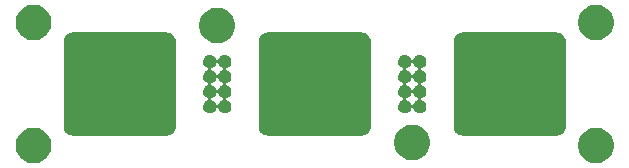
<source format=gbr>
G04 #@! TF.GenerationSoftware,KiCad,Pcbnew,(5.1.4)-1*
G04 #@! TF.CreationDate,2020-10-23T12:02:29-10:00*
G04 #@! TF.ProjectId,SkateLightBackLEDBoard,536b6174-654c-4696-9768-744261636b4c,rev?*
G04 #@! TF.SameCoordinates,Original*
G04 #@! TF.FileFunction,Soldermask,Bot*
G04 #@! TF.FilePolarity,Negative*
%FSLAX46Y46*%
G04 Gerber Fmt 4.6, Leading zero omitted, Abs format (unit mm)*
G04 Created by KiCad (PCBNEW (5.1.4)-1) date 2020-10-23 12:02:29*
%MOMM*%
%LPD*%
G04 APERTURE LIST*
%ADD10C,0.100000*%
G04 APERTURE END LIST*
D10*
G36*
X24107379Y-3724543D02*
G01*
X24253388Y-3753586D01*
X24528464Y-3867526D01*
X24776025Y-4032941D01*
X24986559Y-4243475D01*
X25151974Y-4491036D01*
X25265914Y-4766112D01*
X25324000Y-5058130D01*
X25324000Y-5355870D01*
X25265914Y-5647888D01*
X25151974Y-5922964D01*
X24986559Y-6170525D01*
X24776025Y-6381059D01*
X24528464Y-6546474D01*
X24253388Y-6660414D01*
X24107379Y-6689457D01*
X23961371Y-6718500D01*
X23663629Y-6718500D01*
X23517621Y-6689457D01*
X23371612Y-6660414D01*
X23096536Y-6546474D01*
X22848975Y-6381059D01*
X22638441Y-6170525D01*
X22473026Y-5922964D01*
X22359086Y-5647888D01*
X22301000Y-5355870D01*
X22301000Y-5058130D01*
X22359086Y-4766112D01*
X22473026Y-4491036D01*
X22638441Y-4243475D01*
X22848975Y-4032941D01*
X23096536Y-3867526D01*
X23371612Y-3753586D01*
X23517621Y-3724543D01*
X23663629Y-3695500D01*
X23961371Y-3695500D01*
X24107379Y-3724543D01*
X24107379Y-3724543D01*
G37*
G36*
X-23517621Y-3724543D02*
G01*
X-23371612Y-3753586D01*
X-23096536Y-3867526D01*
X-22848975Y-4032941D01*
X-22638441Y-4243475D01*
X-22473026Y-4491036D01*
X-22359086Y-4766112D01*
X-22301000Y-5058130D01*
X-22301000Y-5355870D01*
X-22359086Y-5647888D01*
X-22473026Y-5922964D01*
X-22638441Y-6170525D01*
X-22848975Y-6381059D01*
X-23096536Y-6546474D01*
X-23371612Y-6660414D01*
X-23517621Y-6689457D01*
X-23663629Y-6718500D01*
X-23961371Y-6718500D01*
X-24107379Y-6689457D01*
X-24253388Y-6660414D01*
X-24528464Y-6546474D01*
X-24776025Y-6381059D01*
X-24986559Y-6170525D01*
X-25151974Y-5922964D01*
X-25265914Y-5647888D01*
X-25324000Y-5355870D01*
X-25324000Y-5058130D01*
X-25265914Y-4766112D01*
X-25151974Y-4491036D01*
X-24986559Y-4243475D01*
X-24776025Y-4032941D01*
X-24528464Y-3867526D01*
X-24253388Y-3753586D01*
X-24107379Y-3724543D01*
X-23961371Y-3695500D01*
X-23663629Y-3695500D01*
X-23517621Y-3724543D01*
X-23517621Y-3724543D01*
G37*
G36*
X8549879Y-3470543D02*
G01*
X8695888Y-3499586D01*
X8970964Y-3613526D01*
X9218525Y-3778941D01*
X9429059Y-3989475D01*
X9594474Y-4237036D01*
X9708414Y-4512112D01*
X9766500Y-4804130D01*
X9766500Y-5101870D01*
X9708414Y-5393888D01*
X9594474Y-5668964D01*
X9429059Y-5916525D01*
X9218525Y-6127059D01*
X8970964Y-6292474D01*
X8695888Y-6406414D01*
X8549879Y-6435457D01*
X8403871Y-6464500D01*
X8106129Y-6464500D01*
X7960121Y-6435457D01*
X7814112Y-6406414D01*
X7539036Y-6292474D01*
X7291475Y-6127059D01*
X7080941Y-5916525D01*
X6915526Y-5668964D01*
X6801586Y-5393888D01*
X6743500Y-5101870D01*
X6743500Y-4804130D01*
X6801586Y-4512112D01*
X6915526Y-4237036D01*
X7080941Y-3989475D01*
X7291475Y-3778941D01*
X7539036Y-3613526D01*
X7814112Y-3499586D01*
X7960121Y-3470543D01*
X8106129Y-3441500D01*
X8403871Y-3441500D01*
X8549879Y-3470543D01*
X8549879Y-3470543D01*
G37*
G36*
X20637039Y4353539D02*
G01*
X20782093Y4309537D01*
X20915763Y4238089D01*
X21032932Y4141932D01*
X21129089Y4024763D01*
X21200537Y3891093D01*
X21244539Y3746039D01*
X21260000Y3589060D01*
X21260000Y-3589060D01*
X21244539Y-3746039D01*
X21200537Y-3891093D01*
X21129089Y-4024763D01*
X21032932Y-4141932D01*
X20915763Y-4238089D01*
X20782093Y-4309537D01*
X20637039Y-4353539D01*
X20480060Y-4369000D01*
X12539940Y-4369000D01*
X12382961Y-4353539D01*
X12237907Y-4309537D01*
X12104237Y-4238089D01*
X11987068Y-4141932D01*
X11890911Y-4024763D01*
X11819463Y-3891093D01*
X11775461Y-3746039D01*
X11760000Y-3589060D01*
X11760000Y3589060D01*
X11775461Y3746039D01*
X11819463Y3891093D01*
X11890911Y4024763D01*
X11987068Y4141932D01*
X12104237Y4238089D01*
X12237907Y4309537D01*
X12382961Y4353539D01*
X12539940Y4369000D01*
X20480060Y4369000D01*
X20637039Y4353539D01*
X20637039Y4353539D01*
G37*
G36*
X4127039Y4353539D02*
G01*
X4272093Y4309537D01*
X4405763Y4238089D01*
X4522932Y4141932D01*
X4619089Y4024763D01*
X4690537Y3891093D01*
X4734539Y3746039D01*
X4750000Y3589060D01*
X4750000Y-3589060D01*
X4734539Y-3746039D01*
X4690537Y-3891093D01*
X4619089Y-4024763D01*
X4522932Y-4141932D01*
X4405763Y-4238089D01*
X4272093Y-4309537D01*
X4127039Y-4353539D01*
X3970060Y-4369000D01*
X-3970060Y-4369000D01*
X-4127039Y-4353539D01*
X-4272093Y-4309537D01*
X-4405763Y-4238089D01*
X-4522932Y-4141932D01*
X-4619089Y-4024763D01*
X-4690537Y-3891093D01*
X-4734539Y-3746039D01*
X-4750000Y-3589060D01*
X-4750000Y3589060D01*
X-4734539Y3746039D01*
X-4690537Y3891093D01*
X-4619089Y4024763D01*
X-4522932Y4141932D01*
X-4405763Y4238089D01*
X-4272093Y4309537D01*
X-4127039Y4353539D01*
X-3970060Y4369000D01*
X3970060Y4369000D01*
X4127039Y4353539D01*
X4127039Y4353539D01*
G37*
G36*
X-12382961Y4353539D02*
G01*
X-12237907Y4309537D01*
X-12104237Y4238089D01*
X-11987068Y4141932D01*
X-11890911Y4024763D01*
X-11819463Y3891093D01*
X-11775461Y3746039D01*
X-11760000Y3589060D01*
X-11760000Y-3589060D01*
X-11775461Y-3746039D01*
X-11819463Y-3891093D01*
X-11890911Y-4024763D01*
X-11987068Y-4141932D01*
X-12104237Y-4238089D01*
X-12237907Y-4309537D01*
X-12382961Y-4353539D01*
X-12539940Y-4369000D01*
X-20480060Y-4369000D01*
X-20637039Y-4353539D01*
X-20782093Y-4309537D01*
X-20915763Y-4238089D01*
X-21032932Y-4141932D01*
X-21129089Y-4024763D01*
X-21200537Y-3891093D01*
X-21244539Y-3746039D01*
X-21260000Y-3589060D01*
X-21260000Y3589060D01*
X-21244539Y3746039D01*
X-21200537Y3891093D01*
X-21129089Y4024763D01*
X-21032932Y4141932D01*
X-20915763Y4238089D01*
X-20782093Y4309537D01*
X-20637039Y4353539D01*
X-20480060Y4369000D01*
X-12539940Y4369000D01*
X-12382961Y4353539D01*
X-12382961Y4353539D01*
G37*
G36*
X7783051Y2442520D02*
G01*
X7833920Y2421449D01*
X7884786Y2400380D01*
X7976342Y2339204D01*
X8054204Y2261342D01*
X8115380Y2169786D01*
X8139516Y2111515D01*
X8151068Y2089905D01*
X8166613Y2070963D01*
X8185555Y2055418D01*
X8207166Y2043867D01*
X8230615Y2036754D01*
X8255001Y2034352D01*
X8279387Y2036754D01*
X8302836Y2043867D01*
X8324446Y2055419D01*
X8343388Y2070964D01*
X8358933Y2089906D01*
X8370484Y2111515D01*
X8394620Y2169786D01*
X8455796Y2261342D01*
X8533658Y2339204D01*
X8625214Y2400380D01*
X8676080Y2421449D01*
X8726949Y2442520D01*
X8834941Y2464000D01*
X8945059Y2464000D01*
X9053051Y2442520D01*
X9103920Y2421449D01*
X9154786Y2400380D01*
X9246342Y2339204D01*
X9324204Y2261342D01*
X9385380Y2169786D01*
X9406449Y2118920D01*
X9427520Y2068051D01*
X9449000Y1960059D01*
X9449000Y1849941D01*
X9427520Y1741949D01*
X9418467Y1720094D01*
X9385380Y1640214D01*
X9324204Y1548658D01*
X9246342Y1470796D01*
X9154786Y1409620D01*
X9096515Y1385484D01*
X9074905Y1373932D01*
X9055963Y1358387D01*
X9040418Y1339445D01*
X9028867Y1317834D01*
X9021754Y1294385D01*
X9019352Y1269999D01*
X9021754Y1245613D01*
X9028867Y1222164D01*
X9040419Y1200554D01*
X9055964Y1181612D01*
X9074906Y1166067D01*
X9096513Y1154517D01*
X9154786Y1130380D01*
X9246342Y1069204D01*
X9324204Y991342D01*
X9385380Y899786D01*
X9406449Y848920D01*
X9427520Y798051D01*
X9449000Y690059D01*
X9449000Y579941D01*
X9427520Y471949D01*
X9418467Y450094D01*
X9385380Y370214D01*
X9324204Y278658D01*
X9246342Y200796D01*
X9154786Y139620D01*
X9096515Y115484D01*
X9074905Y103932D01*
X9055963Y88387D01*
X9040418Y69445D01*
X9028867Y47834D01*
X9021754Y24385D01*
X9019352Y-1D01*
X9021754Y-24387D01*
X9028867Y-47836D01*
X9040419Y-69446D01*
X9055964Y-88388D01*
X9074906Y-103933D01*
X9096513Y-115483D01*
X9154786Y-139620D01*
X9246342Y-200796D01*
X9324204Y-278658D01*
X9385380Y-370214D01*
X9406449Y-421080D01*
X9427520Y-471949D01*
X9449000Y-579941D01*
X9449000Y-690059D01*
X9427520Y-798051D01*
X9418467Y-819906D01*
X9385380Y-899786D01*
X9324204Y-991342D01*
X9246342Y-1069204D01*
X9154786Y-1130380D01*
X9096515Y-1154516D01*
X9074905Y-1166068D01*
X9055963Y-1181613D01*
X9040418Y-1200555D01*
X9028867Y-1222166D01*
X9021754Y-1245615D01*
X9019352Y-1270001D01*
X9021754Y-1294387D01*
X9028867Y-1317836D01*
X9040419Y-1339446D01*
X9055964Y-1358388D01*
X9074906Y-1373933D01*
X9096513Y-1385483D01*
X9154786Y-1409620D01*
X9246342Y-1470796D01*
X9324204Y-1548658D01*
X9385380Y-1640214D01*
X9406449Y-1691080D01*
X9427520Y-1741949D01*
X9449000Y-1849941D01*
X9449000Y-1960059D01*
X9427520Y-2068051D01*
X9418467Y-2089906D01*
X9385380Y-2169786D01*
X9324204Y-2261342D01*
X9246342Y-2339204D01*
X9154786Y-2400380D01*
X9103920Y-2421449D01*
X9053051Y-2442520D01*
X8945059Y-2464000D01*
X8834941Y-2464000D01*
X8726949Y-2442520D01*
X8676080Y-2421449D01*
X8625214Y-2400380D01*
X8533658Y-2339204D01*
X8455796Y-2261342D01*
X8394620Y-2169786D01*
X8370483Y-2111513D01*
X8358932Y-2089905D01*
X8343387Y-2070963D01*
X8324445Y-2055418D01*
X8302834Y-2043867D01*
X8279385Y-2036754D01*
X8254999Y-2034352D01*
X8230613Y-2036754D01*
X8207164Y-2043867D01*
X8185554Y-2055419D01*
X8166612Y-2070964D01*
X8151067Y-2089906D01*
X8139517Y-2111513D01*
X8115380Y-2169786D01*
X8054204Y-2261342D01*
X7976342Y-2339204D01*
X7884786Y-2400380D01*
X7833920Y-2421449D01*
X7783051Y-2442520D01*
X7675059Y-2464000D01*
X7564941Y-2464000D01*
X7456949Y-2442520D01*
X7406080Y-2421449D01*
X7355214Y-2400380D01*
X7263658Y-2339204D01*
X7185796Y-2261342D01*
X7124620Y-2169786D01*
X7091533Y-2089906D01*
X7082480Y-2068051D01*
X7061000Y-1960059D01*
X7061000Y-1849941D01*
X7082480Y-1741949D01*
X7103551Y-1691080D01*
X7124620Y-1640214D01*
X7185796Y-1548658D01*
X7263658Y-1470796D01*
X7355214Y-1409620D01*
X7413487Y-1385483D01*
X7435095Y-1373932D01*
X7454037Y-1358387D01*
X7469582Y-1339445D01*
X7481133Y-1317834D01*
X7488246Y-1294385D01*
X7490647Y-1270001D01*
X7749352Y-1270001D01*
X7751754Y-1294387D01*
X7758867Y-1317836D01*
X7770419Y-1339446D01*
X7785964Y-1358388D01*
X7804906Y-1373933D01*
X7826513Y-1385483D01*
X7884786Y-1409620D01*
X7976342Y-1470796D01*
X8054204Y-1548658D01*
X8115380Y-1640214D01*
X8139516Y-1698485D01*
X8151068Y-1720095D01*
X8166613Y-1739037D01*
X8185555Y-1754582D01*
X8207166Y-1766133D01*
X8230615Y-1773246D01*
X8255001Y-1775648D01*
X8279387Y-1773246D01*
X8302836Y-1766133D01*
X8324446Y-1754581D01*
X8343388Y-1739036D01*
X8358933Y-1720094D01*
X8370484Y-1698485D01*
X8394620Y-1640214D01*
X8455796Y-1548658D01*
X8533658Y-1470796D01*
X8625214Y-1409620D01*
X8683487Y-1385483D01*
X8705095Y-1373932D01*
X8724037Y-1358387D01*
X8739582Y-1339445D01*
X8751133Y-1317834D01*
X8758246Y-1294385D01*
X8760648Y-1269999D01*
X8758246Y-1245613D01*
X8751133Y-1222164D01*
X8739581Y-1200554D01*
X8724036Y-1181612D01*
X8705094Y-1166067D01*
X8683485Y-1154516D01*
X8625214Y-1130380D01*
X8533658Y-1069204D01*
X8455796Y-991342D01*
X8394620Y-899786D01*
X8370483Y-841513D01*
X8358932Y-819905D01*
X8343387Y-800963D01*
X8324445Y-785418D01*
X8302834Y-773867D01*
X8279385Y-766754D01*
X8254999Y-764352D01*
X8230613Y-766754D01*
X8207164Y-773867D01*
X8185554Y-785419D01*
X8166612Y-800964D01*
X8151067Y-819906D01*
X8139517Y-841513D01*
X8115380Y-899786D01*
X8054204Y-991342D01*
X7976342Y-1069204D01*
X7884786Y-1130380D01*
X7826515Y-1154516D01*
X7804905Y-1166068D01*
X7785963Y-1181613D01*
X7770418Y-1200555D01*
X7758867Y-1222166D01*
X7751754Y-1245615D01*
X7749352Y-1270001D01*
X7490647Y-1270001D01*
X7490648Y-1269999D01*
X7488246Y-1245613D01*
X7481133Y-1222164D01*
X7469581Y-1200554D01*
X7454036Y-1181612D01*
X7435094Y-1166067D01*
X7413485Y-1154516D01*
X7355214Y-1130380D01*
X7263658Y-1069204D01*
X7185796Y-991342D01*
X7124620Y-899786D01*
X7091533Y-819906D01*
X7082480Y-798051D01*
X7061000Y-690059D01*
X7061000Y-579941D01*
X7082480Y-471949D01*
X7103551Y-421080D01*
X7124620Y-370214D01*
X7185796Y-278658D01*
X7263658Y-200796D01*
X7355214Y-139620D01*
X7413487Y-115483D01*
X7435095Y-103932D01*
X7454037Y-88387D01*
X7469582Y-69445D01*
X7481133Y-47834D01*
X7488246Y-24385D01*
X7490647Y-1D01*
X7749352Y-1D01*
X7751754Y-24387D01*
X7758867Y-47836D01*
X7770419Y-69446D01*
X7785964Y-88388D01*
X7804906Y-103933D01*
X7826513Y-115483D01*
X7884786Y-139620D01*
X7976342Y-200796D01*
X8054204Y-278658D01*
X8115380Y-370214D01*
X8139516Y-428485D01*
X8151068Y-450095D01*
X8166613Y-469037D01*
X8185555Y-484582D01*
X8207166Y-496133D01*
X8230615Y-503246D01*
X8255001Y-505648D01*
X8279387Y-503246D01*
X8302836Y-496133D01*
X8324446Y-484581D01*
X8343388Y-469036D01*
X8358933Y-450094D01*
X8370484Y-428485D01*
X8394620Y-370214D01*
X8455796Y-278658D01*
X8533658Y-200796D01*
X8625214Y-139620D01*
X8683487Y-115483D01*
X8705095Y-103932D01*
X8724037Y-88387D01*
X8739582Y-69445D01*
X8751133Y-47834D01*
X8758246Y-24385D01*
X8760648Y1D01*
X8758246Y24387D01*
X8751133Y47836D01*
X8739581Y69446D01*
X8724036Y88388D01*
X8705094Y103933D01*
X8683485Y115484D01*
X8625214Y139620D01*
X8533658Y200796D01*
X8455796Y278658D01*
X8394620Y370214D01*
X8370483Y428487D01*
X8358932Y450095D01*
X8343387Y469037D01*
X8324445Y484582D01*
X8302834Y496133D01*
X8279385Y503246D01*
X8254999Y505648D01*
X8230613Y503246D01*
X8207164Y496133D01*
X8185554Y484581D01*
X8166612Y469036D01*
X8151067Y450094D01*
X8139517Y428487D01*
X8115380Y370214D01*
X8054204Y278658D01*
X7976342Y200796D01*
X7884786Y139620D01*
X7826515Y115484D01*
X7804905Y103932D01*
X7785963Y88387D01*
X7770418Y69445D01*
X7758867Y47834D01*
X7751754Y24385D01*
X7749352Y-1D01*
X7490647Y-1D01*
X7490648Y1D01*
X7488246Y24387D01*
X7481133Y47836D01*
X7469581Y69446D01*
X7454036Y88388D01*
X7435094Y103933D01*
X7413485Y115484D01*
X7355214Y139620D01*
X7263658Y200796D01*
X7185796Y278658D01*
X7124620Y370214D01*
X7091533Y450094D01*
X7082480Y471949D01*
X7061000Y579941D01*
X7061000Y690059D01*
X7082480Y798051D01*
X7103551Y848920D01*
X7124620Y899786D01*
X7185796Y991342D01*
X7263658Y1069204D01*
X7355214Y1130380D01*
X7413487Y1154517D01*
X7435095Y1166068D01*
X7454037Y1181613D01*
X7469582Y1200555D01*
X7481133Y1222166D01*
X7488246Y1245615D01*
X7490647Y1269999D01*
X7749352Y1269999D01*
X7751754Y1245613D01*
X7758867Y1222164D01*
X7770419Y1200554D01*
X7785964Y1181612D01*
X7804906Y1166067D01*
X7826513Y1154517D01*
X7884786Y1130380D01*
X7976342Y1069204D01*
X8054204Y991342D01*
X8115380Y899786D01*
X8139516Y841515D01*
X8151068Y819905D01*
X8166613Y800963D01*
X8185555Y785418D01*
X8207166Y773867D01*
X8230615Y766754D01*
X8255001Y764352D01*
X8279387Y766754D01*
X8302836Y773867D01*
X8324446Y785419D01*
X8343388Y800964D01*
X8358933Y819906D01*
X8370484Y841515D01*
X8394620Y899786D01*
X8455796Y991342D01*
X8533658Y1069204D01*
X8625214Y1130380D01*
X8683487Y1154517D01*
X8705095Y1166068D01*
X8724037Y1181613D01*
X8739582Y1200555D01*
X8751133Y1222166D01*
X8758246Y1245615D01*
X8760648Y1270001D01*
X8758246Y1294387D01*
X8751133Y1317836D01*
X8739581Y1339446D01*
X8724036Y1358388D01*
X8705094Y1373933D01*
X8683485Y1385484D01*
X8625214Y1409620D01*
X8533658Y1470796D01*
X8455796Y1548658D01*
X8394620Y1640214D01*
X8370483Y1698487D01*
X8358932Y1720095D01*
X8343387Y1739037D01*
X8324445Y1754582D01*
X8302834Y1766133D01*
X8279385Y1773246D01*
X8254999Y1775648D01*
X8230613Y1773246D01*
X8207164Y1766133D01*
X8185554Y1754581D01*
X8166612Y1739036D01*
X8151067Y1720094D01*
X8139517Y1698487D01*
X8115380Y1640214D01*
X8054204Y1548658D01*
X7976342Y1470796D01*
X7884786Y1409620D01*
X7826515Y1385484D01*
X7804905Y1373932D01*
X7785963Y1358387D01*
X7770418Y1339445D01*
X7758867Y1317834D01*
X7751754Y1294385D01*
X7749352Y1269999D01*
X7490647Y1269999D01*
X7490648Y1270001D01*
X7488246Y1294387D01*
X7481133Y1317836D01*
X7469581Y1339446D01*
X7454036Y1358388D01*
X7435094Y1373933D01*
X7413485Y1385484D01*
X7355214Y1409620D01*
X7263658Y1470796D01*
X7185796Y1548658D01*
X7124620Y1640214D01*
X7091533Y1720094D01*
X7082480Y1741949D01*
X7061000Y1849941D01*
X7061000Y1960059D01*
X7082480Y2068051D01*
X7103551Y2118920D01*
X7124620Y2169786D01*
X7185796Y2261342D01*
X7263658Y2339204D01*
X7355214Y2400380D01*
X7406080Y2421449D01*
X7456949Y2442520D01*
X7564941Y2464000D01*
X7675059Y2464000D01*
X7783051Y2442520D01*
X7783051Y2442520D01*
G37*
G36*
X-8726949Y2442520D02*
G01*
X-8676080Y2421449D01*
X-8625214Y2400380D01*
X-8533658Y2339204D01*
X-8455796Y2261342D01*
X-8394620Y2169786D01*
X-8370484Y2111515D01*
X-8358932Y2089905D01*
X-8343387Y2070963D01*
X-8324445Y2055418D01*
X-8302834Y2043867D01*
X-8279385Y2036754D01*
X-8254999Y2034352D01*
X-8230613Y2036754D01*
X-8207164Y2043867D01*
X-8185554Y2055419D01*
X-8166612Y2070964D01*
X-8151067Y2089906D01*
X-8139516Y2111515D01*
X-8115380Y2169786D01*
X-8054204Y2261342D01*
X-7976342Y2339204D01*
X-7884786Y2400380D01*
X-7833920Y2421449D01*
X-7783051Y2442520D01*
X-7675059Y2464000D01*
X-7564941Y2464000D01*
X-7456949Y2442520D01*
X-7406080Y2421449D01*
X-7355214Y2400380D01*
X-7263658Y2339204D01*
X-7185796Y2261342D01*
X-7124620Y2169786D01*
X-7103551Y2118920D01*
X-7082480Y2068051D01*
X-7061000Y1960059D01*
X-7061000Y1849941D01*
X-7082480Y1741949D01*
X-7091533Y1720094D01*
X-7124620Y1640214D01*
X-7185796Y1548658D01*
X-7263658Y1470796D01*
X-7355214Y1409620D01*
X-7413485Y1385484D01*
X-7435095Y1373932D01*
X-7454037Y1358387D01*
X-7469582Y1339445D01*
X-7481133Y1317834D01*
X-7488246Y1294385D01*
X-7490648Y1269999D01*
X-7488246Y1245613D01*
X-7481133Y1222164D01*
X-7469581Y1200554D01*
X-7454036Y1181612D01*
X-7435094Y1166067D01*
X-7413487Y1154517D01*
X-7355214Y1130380D01*
X-7263658Y1069204D01*
X-7185796Y991342D01*
X-7124620Y899786D01*
X-7103551Y848920D01*
X-7082480Y798051D01*
X-7061000Y690059D01*
X-7061000Y579941D01*
X-7082480Y471949D01*
X-7091533Y450094D01*
X-7124620Y370214D01*
X-7185796Y278658D01*
X-7263658Y200796D01*
X-7355214Y139620D01*
X-7413485Y115484D01*
X-7435095Y103932D01*
X-7454037Y88387D01*
X-7469582Y69445D01*
X-7481133Y47834D01*
X-7488246Y24385D01*
X-7490648Y-1D01*
X-7488246Y-24387D01*
X-7481133Y-47836D01*
X-7469581Y-69446D01*
X-7454036Y-88388D01*
X-7435094Y-103933D01*
X-7413487Y-115483D01*
X-7355214Y-139620D01*
X-7263658Y-200796D01*
X-7185796Y-278658D01*
X-7124620Y-370214D01*
X-7103551Y-421080D01*
X-7082480Y-471949D01*
X-7061000Y-579941D01*
X-7061000Y-690059D01*
X-7082480Y-798051D01*
X-7091533Y-819906D01*
X-7124620Y-899786D01*
X-7185796Y-991342D01*
X-7263658Y-1069204D01*
X-7355214Y-1130380D01*
X-7413485Y-1154516D01*
X-7435095Y-1166068D01*
X-7454037Y-1181613D01*
X-7469582Y-1200555D01*
X-7481133Y-1222166D01*
X-7488246Y-1245615D01*
X-7490648Y-1270001D01*
X-7488246Y-1294387D01*
X-7481133Y-1317836D01*
X-7469581Y-1339446D01*
X-7454036Y-1358388D01*
X-7435094Y-1373933D01*
X-7413487Y-1385483D01*
X-7355214Y-1409620D01*
X-7263658Y-1470796D01*
X-7185796Y-1548658D01*
X-7124620Y-1640214D01*
X-7103551Y-1691080D01*
X-7082480Y-1741949D01*
X-7061000Y-1849941D01*
X-7061000Y-1960059D01*
X-7082480Y-2068051D01*
X-7091533Y-2089906D01*
X-7124620Y-2169786D01*
X-7185796Y-2261342D01*
X-7263658Y-2339204D01*
X-7355214Y-2400380D01*
X-7406080Y-2421449D01*
X-7456949Y-2442520D01*
X-7564941Y-2464000D01*
X-7675059Y-2464000D01*
X-7783051Y-2442520D01*
X-7833920Y-2421449D01*
X-7884786Y-2400380D01*
X-7976342Y-2339204D01*
X-8054204Y-2261342D01*
X-8115380Y-2169786D01*
X-8139517Y-2111513D01*
X-8151068Y-2089905D01*
X-8166613Y-2070963D01*
X-8185555Y-2055418D01*
X-8207166Y-2043867D01*
X-8230615Y-2036754D01*
X-8255001Y-2034352D01*
X-8279387Y-2036754D01*
X-8302836Y-2043867D01*
X-8324446Y-2055419D01*
X-8343388Y-2070964D01*
X-8358933Y-2089906D01*
X-8370483Y-2111513D01*
X-8394620Y-2169786D01*
X-8455796Y-2261342D01*
X-8533658Y-2339204D01*
X-8625214Y-2400380D01*
X-8676080Y-2421449D01*
X-8726949Y-2442520D01*
X-8834941Y-2464000D01*
X-8945059Y-2464000D01*
X-9053051Y-2442520D01*
X-9103920Y-2421449D01*
X-9154786Y-2400380D01*
X-9246342Y-2339204D01*
X-9324204Y-2261342D01*
X-9385380Y-2169786D01*
X-9418467Y-2089906D01*
X-9427520Y-2068051D01*
X-9449000Y-1960059D01*
X-9449000Y-1849941D01*
X-9427520Y-1741949D01*
X-9406449Y-1691080D01*
X-9385380Y-1640214D01*
X-9324204Y-1548658D01*
X-9246342Y-1470796D01*
X-9154786Y-1409620D01*
X-9096513Y-1385483D01*
X-9074905Y-1373932D01*
X-9055963Y-1358387D01*
X-9040418Y-1339445D01*
X-9028867Y-1317834D01*
X-9021754Y-1294385D01*
X-9019353Y-1270001D01*
X-8760648Y-1270001D01*
X-8758246Y-1294387D01*
X-8751133Y-1317836D01*
X-8739581Y-1339446D01*
X-8724036Y-1358388D01*
X-8705094Y-1373933D01*
X-8683487Y-1385483D01*
X-8625214Y-1409620D01*
X-8533658Y-1470796D01*
X-8455796Y-1548658D01*
X-8394620Y-1640214D01*
X-8370484Y-1698485D01*
X-8358932Y-1720095D01*
X-8343387Y-1739037D01*
X-8324445Y-1754582D01*
X-8302834Y-1766133D01*
X-8279385Y-1773246D01*
X-8254999Y-1775648D01*
X-8230613Y-1773246D01*
X-8207164Y-1766133D01*
X-8185554Y-1754581D01*
X-8166612Y-1739036D01*
X-8151067Y-1720094D01*
X-8139516Y-1698485D01*
X-8115380Y-1640214D01*
X-8054204Y-1548658D01*
X-7976342Y-1470796D01*
X-7884786Y-1409620D01*
X-7826513Y-1385483D01*
X-7804905Y-1373932D01*
X-7785963Y-1358387D01*
X-7770418Y-1339445D01*
X-7758867Y-1317834D01*
X-7751754Y-1294385D01*
X-7749352Y-1269999D01*
X-7751754Y-1245613D01*
X-7758867Y-1222164D01*
X-7770419Y-1200554D01*
X-7785964Y-1181612D01*
X-7804906Y-1166067D01*
X-7826515Y-1154516D01*
X-7884786Y-1130380D01*
X-7976342Y-1069204D01*
X-8054204Y-991342D01*
X-8115380Y-899786D01*
X-8139517Y-841513D01*
X-8151068Y-819905D01*
X-8166613Y-800963D01*
X-8185555Y-785418D01*
X-8207166Y-773867D01*
X-8230615Y-766754D01*
X-8255001Y-764352D01*
X-8279387Y-766754D01*
X-8302836Y-773867D01*
X-8324446Y-785419D01*
X-8343388Y-800964D01*
X-8358933Y-819906D01*
X-8370483Y-841513D01*
X-8394620Y-899786D01*
X-8455796Y-991342D01*
X-8533658Y-1069204D01*
X-8625214Y-1130380D01*
X-8683485Y-1154516D01*
X-8705095Y-1166068D01*
X-8724037Y-1181613D01*
X-8739582Y-1200555D01*
X-8751133Y-1222166D01*
X-8758246Y-1245615D01*
X-8760648Y-1270001D01*
X-9019353Y-1270001D01*
X-9019352Y-1269999D01*
X-9021754Y-1245613D01*
X-9028867Y-1222164D01*
X-9040419Y-1200554D01*
X-9055964Y-1181612D01*
X-9074906Y-1166067D01*
X-9096515Y-1154516D01*
X-9154786Y-1130380D01*
X-9246342Y-1069204D01*
X-9324204Y-991342D01*
X-9385380Y-899786D01*
X-9418467Y-819906D01*
X-9427520Y-798051D01*
X-9449000Y-690059D01*
X-9449000Y-579941D01*
X-9427520Y-471949D01*
X-9406449Y-421080D01*
X-9385380Y-370214D01*
X-9324204Y-278658D01*
X-9246342Y-200796D01*
X-9154786Y-139620D01*
X-9096513Y-115483D01*
X-9074905Y-103932D01*
X-9055963Y-88387D01*
X-9040418Y-69445D01*
X-9028867Y-47834D01*
X-9021754Y-24385D01*
X-9019353Y-1D01*
X-8760648Y-1D01*
X-8758246Y-24387D01*
X-8751133Y-47836D01*
X-8739581Y-69446D01*
X-8724036Y-88388D01*
X-8705094Y-103933D01*
X-8683487Y-115483D01*
X-8625214Y-139620D01*
X-8533658Y-200796D01*
X-8455796Y-278658D01*
X-8394620Y-370214D01*
X-8370484Y-428485D01*
X-8358932Y-450095D01*
X-8343387Y-469037D01*
X-8324445Y-484582D01*
X-8302834Y-496133D01*
X-8279385Y-503246D01*
X-8254999Y-505648D01*
X-8230613Y-503246D01*
X-8207164Y-496133D01*
X-8185554Y-484581D01*
X-8166612Y-469036D01*
X-8151067Y-450094D01*
X-8139516Y-428485D01*
X-8115380Y-370214D01*
X-8054204Y-278658D01*
X-7976342Y-200796D01*
X-7884786Y-139620D01*
X-7826513Y-115483D01*
X-7804905Y-103932D01*
X-7785963Y-88387D01*
X-7770418Y-69445D01*
X-7758867Y-47834D01*
X-7751754Y-24385D01*
X-7749352Y1D01*
X-7751754Y24387D01*
X-7758867Y47836D01*
X-7770419Y69446D01*
X-7785964Y88388D01*
X-7804906Y103933D01*
X-7826515Y115484D01*
X-7884786Y139620D01*
X-7976342Y200796D01*
X-8054204Y278658D01*
X-8115380Y370214D01*
X-8139517Y428487D01*
X-8151068Y450095D01*
X-8166613Y469037D01*
X-8185555Y484582D01*
X-8207166Y496133D01*
X-8230615Y503246D01*
X-8255001Y505648D01*
X-8279387Y503246D01*
X-8302836Y496133D01*
X-8324446Y484581D01*
X-8343388Y469036D01*
X-8358933Y450094D01*
X-8370483Y428487D01*
X-8394620Y370214D01*
X-8455796Y278658D01*
X-8533658Y200796D01*
X-8625214Y139620D01*
X-8683485Y115484D01*
X-8705095Y103932D01*
X-8724037Y88387D01*
X-8739582Y69445D01*
X-8751133Y47834D01*
X-8758246Y24385D01*
X-8760648Y-1D01*
X-9019353Y-1D01*
X-9019352Y1D01*
X-9021754Y24387D01*
X-9028867Y47836D01*
X-9040419Y69446D01*
X-9055964Y88388D01*
X-9074906Y103933D01*
X-9096515Y115484D01*
X-9154786Y139620D01*
X-9246342Y200796D01*
X-9324204Y278658D01*
X-9385380Y370214D01*
X-9418467Y450094D01*
X-9427520Y471949D01*
X-9449000Y579941D01*
X-9449000Y690059D01*
X-9427520Y798051D01*
X-9406449Y848920D01*
X-9385380Y899786D01*
X-9324204Y991342D01*
X-9246342Y1069204D01*
X-9154786Y1130380D01*
X-9096513Y1154517D01*
X-9074905Y1166068D01*
X-9055963Y1181613D01*
X-9040418Y1200555D01*
X-9028867Y1222166D01*
X-9021754Y1245615D01*
X-9019353Y1269999D01*
X-8760648Y1269999D01*
X-8758246Y1245613D01*
X-8751133Y1222164D01*
X-8739581Y1200554D01*
X-8724036Y1181612D01*
X-8705094Y1166067D01*
X-8683487Y1154517D01*
X-8625214Y1130380D01*
X-8533658Y1069204D01*
X-8455796Y991342D01*
X-8394620Y899786D01*
X-8370484Y841515D01*
X-8358932Y819905D01*
X-8343387Y800963D01*
X-8324445Y785418D01*
X-8302834Y773867D01*
X-8279385Y766754D01*
X-8254999Y764352D01*
X-8230613Y766754D01*
X-8207164Y773867D01*
X-8185554Y785419D01*
X-8166612Y800964D01*
X-8151067Y819906D01*
X-8139516Y841515D01*
X-8115380Y899786D01*
X-8054204Y991342D01*
X-7976342Y1069204D01*
X-7884786Y1130380D01*
X-7826513Y1154517D01*
X-7804905Y1166068D01*
X-7785963Y1181613D01*
X-7770418Y1200555D01*
X-7758867Y1222166D01*
X-7751754Y1245615D01*
X-7749352Y1270001D01*
X-7751754Y1294387D01*
X-7758867Y1317836D01*
X-7770419Y1339446D01*
X-7785964Y1358388D01*
X-7804906Y1373933D01*
X-7826515Y1385484D01*
X-7884786Y1409620D01*
X-7976342Y1470796D01*
X-8054204Y1548658D01*
X-8115380Y1640214D01*
X-8139517Y1698487D01*
X-8151068Y1720095D01*
X-8166613Y1739037D01*
X-8185555Y1754582D01*
X-8207166Y1766133D01*
X-8230615Y1773246D01*
X-8255001Y1775648D01*
X-8279387Y1773246D01*
X-8302836Y1766133D01*
X-8324446Y1754581D01*
X-8343388Y1739036D01*
X-8358933Y1720094D01*
X-8370483Y1698487D01*
X-8394620Y1640214D01*
X-8455796Y1548658D01*
X-8533658Y1470796D01*
X-8625214Y1409620D01*
X-8683485Y1385484D01*
X-8705095Y1373932D01*
X-8724037Y1358387D01*
X-8739582Y1339445D01*
X-8751133Y1317834D01*
X-8758246Y1294385D01*
X-8760648Y1269999D01*
X-9019353Y1269999D01*
X-9019352Y1270001D01*
X-9021754Y1294387D01*
X-9028867Y1317836D01*
X-9040419Y1339446D01*
X-9055964Y1358388D01*
X-9074906Y1373933D01*
X-9096515Y1385484D01*
X-9154786Y1409620D01*
X-9246342Y1470796D01*
X-9324204Y1548658D01*
X-9385380Y1640214D01*
X-9418467Y1720094D01*
X-9427520Y1741949D01*
X-9449000Y1849941D01*
X-9449000Y1960059D01*
X-9427520Y2068051D01*
X-9406449Y2118920D01*
X-9385380Y2169786D01*
X-9324204Y2261342D01*
X-9246342Y2339204D01*
X-9154786Y2400380D01*
X-9103920Y2421449D01*
X-9053051Y2442520D01*
X-8945059Y2464000D01*
X-8834941Y2464000D01*
X-8726949Y2442520D01*
X-8726949Y2442520D01*
G37*
G36*
X-7960121Y6435457D02*
G01*
X-7814112Y6406414D01*
X-7539036Y6292474D01*
X-7291475Y6127059D01*
X-7080941Y5916525D01*
X-6915526Y5668964D01*
X-6801586Y5393888D01*
X-6743500Y5101870D01*
X-6743500Y4804130D01*
X-6801586Y4512112D01*
X-6915526Y4237036D01*
X-7080941Y3989475D01*
X-7291475Y3778941D01*
X-7539036Y3613526D01*
X-7814112Y3499586D01*
X-7960121Y3470543D01*
X-8106129Y3441500D01*
X-8403871Y3441500D01*
X-8549879Y3470543D01*
X-8695888Y3499586D01*
X-8970964Y3613526D01*
X-9218525Y3778941D01*
X-9429059Y3989475D01*
X-9594474Y4237036D01*
X-9708414Y4512112D01*
X-9766500Y4804130D01*
X-9766500Y5101870D01*
X-9708414Y5393888D01*
X-9594474Y5668964D01*
X-9429059Y5916525D01*
X-9218525Y6127059D01*
X-8970964Y6292474D01*
X-8695888Y6406414D01*
X-8549879Y6435457D01*
X-8403871Y6464500D01*
X-8106129Y6464500D01*
X-7960121Y6435457D01*
X-7960121Y6435457D01*
G37*
G36*
X24107379Y6689457D02*
G01*
X24253388Y6660414D01*
X24528464Y6546474D01*
X24776025Y6381059D01*
X24986559Y6170525D01*
X25151974Y5922964D01*
X25265914Y5647888D01*
X25324000Y5355870D01*
X25324000Y5058130D01*
X25265914Y4766112D01*
X25151974Y4491036D01*
X24986559Y4243475D01*
X24776025Y4032941D01*
X24528464Y3867526D01*
X24253388Y3753586D01*
X24107379Y3724543D01*
X23961371Y3695500D01*
X23663629Y3695500D01*
X23517621Y3724543D01*
X23371612Y3753586D01*
X23096536Y3867526D01*
X22848975Y4032941D01*
X22638441Y4243475D01*
X22473026Y4491036D01*
X22359086Y4766112D01*
X22301000Y5058130D01*
X22301000Y5355870D01*
X22359086Y5647888D01*
X22473026Y5922964D01*
X22638441Y6170525D01*
X22848975Y6381059D01*
X23096536Y6546474D01*
X23371612Y6660414D01*
X23517621Y6689457D01*
X23663629Y6718500D01*
X23961371Y6718500D01*
X24107379Y6689457D01*
X24107379Y6689457D01*
G37*
G36*
X-23517621Y6689457D02*
G01*
X-23371612Y6660414D01*
X-23096536Y6546474D01*
X-22848975Y6381059D01*
X-22638441Y6170525D01*
X-22473026Y5922964D01*
X-22359086Y5647888D01*
X-22301000Y5355870D01*
X-22301000Y5058130D01*
X-22359086Y4766112D01*
X-22473026Y4491036D01*
X-22638441Y4243475D01*
X-22848975Y4032941D01*
X-23096536Y3867526D01*
X-23371612Y3753586D01*
X-23517621Y3724543D01*
X-23663629Y3695500D01*
X-23961371Y3695500D01*
X-24107379Y3724543D01*
X-24253388Y3753586D01*
X-24528464Y3867526D01*
X-24776025Y4032941D01*
X-24986559Y4243475D01*
X-25151974Y4491036D01*
X-25265914Y4766112D01*
X-25324000Y5058130D01*
X-25324000Y5355870D01*
X-25265914Y5647888D01*
X-25151974Y5922964D01*
X-24986559Y6170525D01*
X-24776025Y6381059D01*
X-24528464Y6546474D01*
X-24253388Y6660414D01*
X-24107379Y6689457D01*
X-23961371Y6718500D01*
X-23663629Y6718500D01*
X-23517621Y6689457D01*
X-23517621Y6689457D01*
G37*
M02*

</source>
